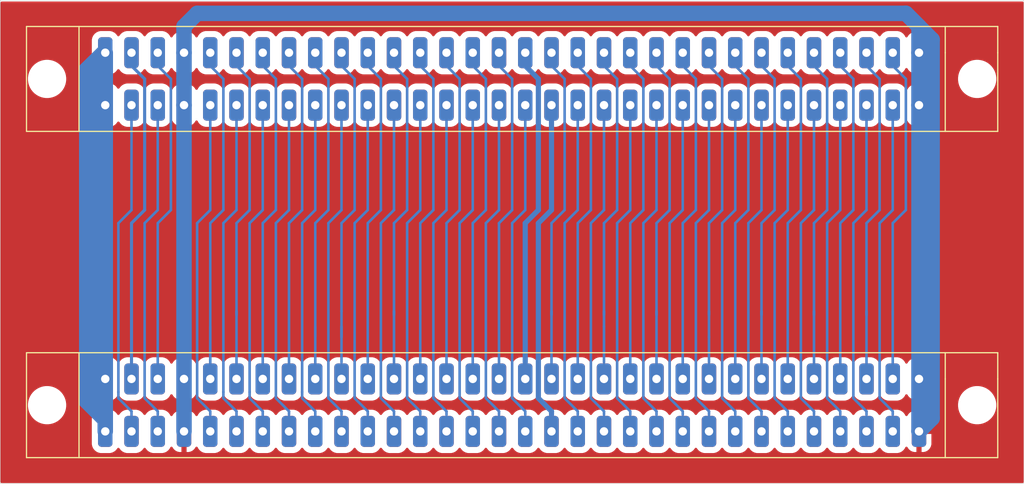
<source format=kicad_pcb>
(kicad_pcb (version 20240108) (generator "pcbnew") (generator_version "8.0")
  (layers (0 "F.Cu" signal) (31 "B.Cu" signal) (34 "B.Paste" user) (35 "F.Paste" user) (36 "B.SilkS" user "B.Silkscreen") (37 "F.SilkS" user "F.Silkscreen") (38 "B.Mask" user) (39 "F.Mask" user) (44 "Edge.Cuts" user))
  (net 0 "")
  (net 1 "Net-(J1-2A)")
  (net 2 "Net-(J1-3A)")
  (net 3 "Net-(J1-5A)")
  (net 4 "Net-(J1-6A)")
  (net 5 "/D1")
  (net 6 "/D3")
  (net 7 "/D5")
  (net 8 "/D7")
  (net 9 "Net-(J1-11A)")
  (net 10 "/IRQ")
  (net 11 "Net-(J1-13A)")
  (net 12 "/K7")
  (net 13 "/K5")
  (net 14 "Net-(J1-16A)")
  (net 15 "/K4")
  (net 16 "/-5V")
  (net 17 "/A15")
  (net 18 "/A13")
  (net 19 "/A11")
  (net 20 "/A9")
  (net 21 "/A7")
  (net 22 "/A5")
  (net 23 "/A3")
  (net 24 "/A1")
  (net 25 "/PHI2")
  (net 26 "Net-(J1-28A)")
  (net 27 "/K1")
  (net 28 "/PHI1")
  (net 29 "/RAM.RW")
  (net 30 "Net-(J1-2C)")
  (net 31 "Net-(J1-3C)")
  (net 32 "/RDY")
  (net 33 "Net-(J1-6C)")
  (net 34 "/D0")
  (net 35 "/D2")
  (net 36 "/D4")
  (net 37 "Net-(J1-11C)")
  (net 38 "/NMI")
  (net 39 "Net-(J1-13C)")
  (net 40 "/S0")
  (net 41 "/K6")
  (net 42 "Net-(J1-16C)")
  (net 43 "/+12V")
  (net 44 "/K3")
  (net 45 "/A14")
  (net 46 "/A12")
  (net 47 "/A10")
  (net 48 "/A8")
  (net 49 "/A6")
  (net 50 "/A4")
  (net 51 "/A2")
  (net 52 "/A0")
  (net 53 "Net-(J1-27C)")
  (net 54 "/K2")
  (net 55 "GND")
  (net 56 "/RW")
  (net 57 "/EX")
  (net 58 "Net-(J1-31C)")
  (net 59 "+5V")
  (net 60 "/D6")
  (footprint "elektor:DI41612-AC-F" (layer "F.Cu") (at 91.44 70.04)
    (property "Reference" "J1" (hide yes))
    (property "Value" "C64AC")
    (fp_line (start -7.62 2.54) (end -7.62 -7.62) (stroke (width 0.12)) (layer "F.SilkS"))
    (fp_line (start -2.54 -7.62) (end -2.54 2.54) (stroke (width 0.12)) (layer "F.SilkS"))
    (fp_line (start 81.28 -5.08) (end 81.28 -7.62) (stroke (width 0.12)) (layer "F.SilkS"))
    (fp_line (start 81.28 -5.08) (end 81.28 2.54) (stroke (width 0.12)) (layer "F.SilkS"))
    (fp_line (start 86.36 -7.62) (end -7.62 -7.62) (stroke (width 0.12)) (layer "F.SilkS"))
    (fp_line (start 86.36 -5.08) (end 86.36 -7.62) (stroke (width 0.12)) (layer "F.SilkS"))
    (fp_line (start 86.36 -5.08) (end 86.36 2.54) (stroke (width 0.12)) (layer "F.SilkS"))
    (fp_line (start 86.36 2.54) (end -7.62 2.54) (stroke (width 0.12)) (layer "F.SilkS"))
    (pad "" np_thru_hole circle (at -5.63 -2.54) (size 3.2 3.2) (drill 3.2) (layers "F&B.Cu" "*.Mask"))
    (pad "" np_thru_hole circle (at 84.37 -2.54) (size 3.2 3.2) (drill 3.2) (layers "F&B.Cu" "*.Mask"))
    (pad "A1" thru_hole roundrect (at 0 0) (size 1.4 3) (drill 0.81) (layers "*.Cu" "*.Mask") (net 59 "+5V"))
    (pad "A2" thru_hole roundrect (at 2.54 0) (size 1.4 3) (drill 0.81) (layers "*.Cu" "*.Mask") (net 1 "Net-(J1-2A)"))
    (pad "A3" thru_hole roundrect (at 5.08 0) (size 1.4 3) (drill 0.81) (layers "*.Cu" "*.Mask") (net 2 "Net-(J1-3A)"))
    (pad "A4" thru_hole roundrect (at 7.62 0) (size 1.4 3) (drill 0.81) (layers "*.Cu" "*.Mask") (net 55 "GND"))
    (pad "A5" thru_hole roundrect (at 10.16 0) (size 1.4 3) (drill 0.81) (layers "*.Cu" "*.Mask") (net 3 "Net-(J1-5A)"))
    (pad "A6" thru_hole roundrect (at 12.7 0) (size 1.4 3) (drill 0.81) (layers "*.Cu" "*.Mask") (net 4 "Net-(J1-6A)"))
    (pad "A7" thru_hole roundrect (at 15.24 0) (size 1.4 3) (drill 0.81) (layers "*.Cu" "*.Mask") (net 5 "/D1"))
    (pad "A8" thru_hole roundrect (at 17.78 0) (size 1.4 3) (drill 0.81) (layers "*.Cu" "*.Mask") (net 6 "/D3"))
    (pad "A9" thru_hole roundrect (at 20.32 0) (size 1.4 3) (drill 0.81) (layers "*.Cu" "*.Mask") (net 7 "/D5"))
    (pad "A10" thru_hole roundrect (at 22.86 0) (size 1.4 3) (drill 0.81) (layers "*.Cu" "*.Mask") (net 8 "/D7"))
    (pad "A11" thru_hole roundrect (at 25.4 0) (size 1.4 3) (drill 0.81) (layers "*.Cu" "*.Mask") (net 9 "Net-(J1-11A)"))
    (pad "A12" thru_hole roundrect (at 27.94 0) (size 1.4 3) (drill 0.81) (layers "*.Cu" "*.Mask") (net 10 "/IRQ"))
    (pad "A13" thru_hole roundrect (at 30.48 0) (size 1.4 3) (drill 0.81) (layers "*.Cu" "*.Mask") (net 11 "Net-(J1-13A)"))
    (pad "A14" thru_hole roundrect (at 33.02 0) (size 1.4 3) (drill 0.81) (layers "*.Cu" "*.Mask") (net 12 "/K7"))
    (pad "A15" thru_hole roundrect (at 35.56 0) (size 1.4 3) (drill 0.81) (layers "*.Cu" "*.Mask") (net 13 "/K5"))
    (pad "A16" thru_hole roundrect (at 38.1 0) (size 1.4 3) (drill 0.81) (layers "*.Cu" "*.Mask") (net 14 "Net-(J1-16A)"))
    (pad "A17" thru_hole roundrect (at 40.64 0) (size 1.4 3) (drill 0.81) (layers "*.Cu" "*.Mask") (net 15 "/K4"))
    (pad "A18" thru_hole roundrect (at 43.18 0) (size 1.4 3) (drill 0.81) (layers "*.Cu" "*.Mask") (net 16 "/-5V"))
    (pad "A19" thru_hole roundrect (at 45.72 0) (size 1.4 3) (drill 0.81) (layers "*.Cu" "*.Mask") (net 17 "/A15"))
    (pad "A20" thru_hole roundrect (at 48.26 0) (size 1.4 3) (drill 0.81) (layers "*.Cu" "*.Mask") (net 18 "/A13"))
    (pad "A21" thru_hole roundrect (at 50.8 0) (size 1.4 3) (drill 0.81) (layers "*.Cu" "*.Mask") (net 19 "/A11"))
    (pad "A22" thru_hole roundrect (at 53.34 0) (size 1.4 3) (drill 0.81) (layers "*.Cu" "*.Mask") (net 20 "/A9"))
    (pad "A23" thru_hole roundrect (at 55.88 0) (size 1.4 3) (drill 0.81) (layers "*.Cu" "*.Mask") (net 21 "/A7"))
    (pad "A24" thru_hole roundrect (at 58.42 0) (size 1.4 3) (drill 0.81) (layers "*.Cu" "*.Mask") (net 22 "/A5"))
    (pad "A25" thru_hole roundrect (at 60.96 0) (size 1.4 3) (drill 0.81) (layers "*.Cu" "*.Mask") (net 23 "/A3"))
    (pad "A26" thru_hole roundrect (at 63.5 0) (size 1.4 3) (drill 0.81) (layers "*.Cu" "*.Mask") (net 24 "/A1"))
    (pad "A27" thru_hole roundrect (at 66.04 0) (size 1.4 3) (drill 0.81) (layers "*.Cu" "*.Mask") (net 25 "/PHI2"))
    (pad "A28" thru_hole roundrect (at 68.58 0) (size 1.4 3) (drill 0.81) (layers "*.Cu" "*.Mask") (net 26 "Net-(J1-28A)"))
    (pad "A29" thru_hole roundrect (at 71.12 0) (size 1.4 3) (drill 0.81) (layers "*.Cu" "*.Mask") (net 27 "/K1"))
    (pad "A30" thru_hole roundrect (at 73.66 0) (size 1.4 3) (drill 0.81) (layers "*.Cu" "*.Mask") (net 28 "/PHI1"))
    (pad "A31" thru_hole roundrect (at 76.2 0) (size 1.4 3) (drill 0.81) (layers "*.Cu" "*.Mask") (net 29 "/RAM.RW"))
    (pad "A32" thru_hole roundrect (at 78.74 0) (size 1.4 3) (drill 0.81) (layers "*.Cu" "*.Mask") (net 55 "GND"))
    (pad "C1" thru_hole roundrect (at 0 -5.08) (size 1.4 3) (drill 0.81) (layers "*.Cu" "*.Mask") (net 59 "+5V"))
    (pad "C2" thru_hole roundrect (at 2.54 -5.08) (size 1.4 3) (drill 0.81) (layers "*.Cu" "*.Mask") (net 30 "Net-(J1-2C)"))
    (pad "C3" thru_hole roundrect (at 5.08 -5.08) (size 1.4 3) (drill 0.81) (layers "*.Cu" "*.Mask") (net 31 "Net-(J1-3C)"))
    (pad "C4" thru_hole roundrect (at 7.62 -5.08) (size 1.4 3) (drill 0.81) (layers "*.Cu" "*.Mask") (net 55 "GND"))
    (pad "C5" thru_hole roundrect (at 10.16 -5.08) (size 1.4 3) (drill 0.81) (layers "*.Cu" "*.Mask") (net 32 "/RDY"))
    (pad "C6" thru_hole roundrect (at 12.7 -5.08) (size 1.4 3) (drill 0.81) (layers "*.Cu" "*.Mask") (net 33 "Net-(J1-6C)"))
    (pad "C7" thru_hole roundrect (at 15.24 -5.08) (size 1.4 3) (drill 0.81) (layers "*.Cu" "*.Mask") (net 34 "/D0"))
    (pad "C8" thru_hole roundrect (at 17.78 -5.08) (size 1.4 3) (drill 0.81) (layers "*.Cu" "*.Mask") (net 35 "/D2"))
    (pad "C9" thru_hole roundrect (at 20.32 -5.08) (size 1.4 3) (drill 0.81) (layers "*.Cu" "*.Mask") (net 36 "/D4"))
    (pad "C10" thru_hole roundrect (at 22.86 -5.08) (size 1.4 3) (drill 0.81) (layers "*.Cu" "*.Mask") (net 60 "/D6"))
    (pad "C11" thru_hole roundrect (at 25.4 -5.08) (size 1.4 3) (drill 0.81) (layers "*.Cu" "*.Mask") (net 37 "Net-(J1-11C)"))
    (pad "C12" thru_hole roundrect (at 27.94 -5.08) (size 1.4 3) (drill 0.81) (layers "*.Cu" "*.Mask") (net 38 "/NMI"))
    (pad "C13" thru_hole roundrect (at 30.48 -5.08) (size 1.4 3) (drill 0.81) (layers "*.Cu" "*.Mask") (net 39 "Net-(J1-13C)"))
    (pad "C14" thru_hole roundrect (at 33.02 -5.08) (size 1.4 3) (drill 0.81) (layers "*.Cu" "*.Mask") (net 40 "/S0"))
    (pad "C15" thru_hole roundrect (at 35.56 -5.08) (size 1.4 3) (drill 0.81) (layers "*.Cu" "*.Mask") (net 41 "/K6"))
    (pad "C16" thru_hole roundrect (at 38.1 -5.08) (size 1.4 3) (drill 0.81) (layers "*.Cu" "*.Mask") (net 42 "Net-(J1-16C)"))
    (pad "C17" thru_hole roundrect (at 40.64 -5.08) (size 1.4 3) (drill 0.81) (layers "*.Cu" "*.Mask") (net 43 "/+12V"))
    (pad "C18" thru_hole roundrect (at 43.18 -5.08) (size 1.4 3) (drill 0.81) (layers "*.Cu" "*.Mask") (net 44 "/K3"))
    (pad "C19" thru_hole roundrect (at 45.72 -5.08) (size 1.4 3) (drill 0.81) (layers "*.Cu" "*.Mask") (net 45 "/A14"))
    (pad "C20" thru_hole roundrect (at 48.26 -5.08) (size 1.4 3) (drill 0.81) (layers "*.Cu" "*.Mask") (net 46 "/A12"))
    (pad "C21" thru_hole roundrect (at 50.8 -5.08) (size 1.4 3) (drill 0.81) (layers "*.Cu" "*.Mask") (net 47 "/A10"))
    (pad "C22" thru_hole roundrect (at 53.34 -5.08) (size 1.4 3) (drill 0.81) (layers "*.Cu" "*.Mask") (net 48 "/A8"))
    (pad "C23" thru_hole roundrect (at 55.88 -5.08) (size 1.4 3) (drill 0.81) (layers "*.Cu" "*.Mask") (net 49 "/A6"))
    (pad "C24" thru_hole roundrect (at 58.42 -5.08) (size 1.4 3) (drill 0.81) (layers "*.Cu" "*.Mask") (net 50 "/A4"))
    (pad "C25" thru_hole roundrect (at 60.96 -5.08) (size 1.4 3) (drill 0.81) (layers "*.Cu" "*.Mask") (net 51 "/A2"))
    (pad "C26" thru_hole roundrect (at 63.5 -5.08) (size 1.4 3) (drill 0.81) (layers "*.Cu" "*.Mask") (net 52 "/A0"))
    (pad "C27" thru_hole roundrect (at 66.04 -5.08) (size 1.4 3) (drill 0.81) (layers "*.Cu" "*.Mask") (net 53 "Net-(J1-27C)"))
    (pad "C28" thru_hole roundrect (at 68.58 -5.08) (size 1.4 3) (drill 0.81) (layers "*.Cu" "*.Mask") (net 54 "/K2"))
    (pad "C29" thru_hole roundrect (at 71.12 -5.08) (size 1.4 3) (drill 0.81) (layers "*.Cu" "*.Mask") (net 56 "/RW"))
    (pad "C30" thru_hole roundrect (at 73.66 -5.08) (size 1.4 3) (drill 0.81) (layers "*.Cu" "*.Mask") (net 57 "/EX"))
    (pad "C31" thru_hole roundrect (at 76.2 -5.08) (size 1.4 3) (drill 0.81) (layers "*.Cu" "*.Mask") (net 58 "Net-(J1-31C)"))
    (pad "C32" thru_hole roundrect (at 78.74 -5.08) (size 1.4 3) (drill 0.81) (layers "*.Cu" "*.Mask") (net 55 "GND"))
  )
  (footprint "elektor:DI41612-AC-F" (layer "F.Cu") (at 91.44 101.64)
    (property "Reference" "J2" (hide yes))
    (property "Value" "C64AC")
    (fp_line (start -7.62 2.54) (end -7.62 -7.62) (stroke (width 0.12)) (layer "F.SilkS"))
    (fp_line (start -2.54 -7.62) (end -2.54 2.54) (stroke (width 0.12)) (layer "F.SilkS"))
    (fp_line (start 81.28 -5.08) (end 81.28 -7.62) (stroke (width 0.12)) (layer "F.SilkS"))
    (fp_line (start 81.28 -5.08) (end 81.28 2.54) (stroke (width 0.12)) (layer "F.SilkS"))
    (fp_line (start 86.36 -7.62) (end -7.62 -7.62) (stroke (width 0.12)) (layer "F.SilkS"))
    (fp_line (start 86.36 -5.08) (end 86.36 -7.62) (stroke (width 0.12)) (layer "F.SilkS"))
    (fp_line (start 86.36 -5.08) (end 86.36 2.54) (stroke (width 0.12)) (layer "F.SilkS"))
    (fp_line (start 86.36 2.54) (end -7.62 2.54) (stroke (width 0.12)) (layer "F.SilkS"))
    (pad "" np_thru_hole circle (at -5.63 -2.54) (size 3.2 3.2) (drill 3.2) (layers "F&B.Cu" "*.Mask"))
    (pad "" np_thru_hole circle (at 84.37 -2.54) (size 3.2 3.2) (drill 3.2) (layers "F&B.Cu" "*.Mask"))
    (pad "A1" thru_hole roundrect (at 0 0) (size 1.4 3) (drill 0.81) (layers "*.Cu" "*.Mask") (net 59 "+5V"))
    (pad "A2" thru_hole roundrect (at 2.54 0) (size 1.4 3) (drill 0.81) (layers "*.Cu" "*.Mask") (net 1 "Net-(J1-2A)"))
    (pad "A3" thru_hole roundrect (at 5.08 0) (size 1.4 3) (drill 0.81) (layers "*.Cu" "*.Mask") (net 2 "Net-(J1-3A)"))
    (pad "A4" thru_hole roundrect (at 7.62 0) (size 1.4 3) (drill 0.81) (layers "*.Cu" "*.Mask") (net 55 "GND"))
    (pad "A5" thru_hole roundrect (at 10.16 0) (size 1.4 3) (drill 0.81) (layers "*.Cu" "*.Mask") (net 3 "Net-(J1-5A)"))
    (pad "A6" thru_hole roundrect (at 12.7 0) (size 1.4 3) (drill 0.81) (layers "*.Cu" "*.Mask") (net 4 "Net-(J1-6A)"))
    (pad "A7" thru_hole roundrect (at 15.24 0) (size 1.4 3) (drill 0.81) (layers "*.Cu" "*.Mask") (net 5 "/D1"))
    (pad "A8" thru_hole roundrect (at 17.78 0) (size 1.4 3) (drill 0.81) (layers "*.Cu" "*.Mask") (net 6 "/D3"))
    (pad "A9" thru_hole roundrect (at 20.32 0) (size 1.4 3) (drill 0.81) (layers "*.Cu" "*.Mask") (net 7 "/D5"))
    (pad "A10" thru_hole roundrect (at 22.86 0) (size 1.4 3) (drill 0.81) (layers "*.Cu" "*.Mask") (net 8 "/D7"))
    (pad "A11" thru_hole roundrect (at 25.4 0) (size 1.4 3) (drill 0.81) (layers "*.Cu" "*.Mask") (net 9 "Net-(J1-11A)"))
    (pad "A12" thru_hole roundrect (at 27.94 0) (size 1.4 3) (drill 0.81) (layers "*.Cu" "*.Mask") (net 10 "/IRQ"))
    (pad "A13" thru_hole roundrect (at 30.48 0) (size 1.4 3) (drill 0.81) (layers "*.Cu" "*.Mask") (net 11 "Net-(J1-13A)"))
    (pad "A14" thru_hole roundrect (at 33.02 0) (size 1.4 3) (drill 0.81) (layers "*.Cu" "*.Mask") (net 12 "/K7"))
    (pad "A15" thru_hole roundrect (at 35.56 0) (size 1.4 3) (drill 0.81) (layers "*.Cu" "*.Mask") (net 13 "/K5"))
    (pad "A16" thru_hole roundrect (at 38.1 0) (size 1.4 3) (drill 0.81) (layers "*.Cu" "*.Mask") (net 14 "Net-(J1-16A)"))
    (pad "A17" thru_hole roundrect (at 40.64 0) (size 1.4 3) (drill 0.81) (layers "*.Cu" "*.Mask") (net 15 "/K4"))
    (pad "A18" thru_hole roundrect (at 43.18 0) (size 1.4 3) (drill 0.81) (layers "*.Cu" "*.Mask") (net 16 "/-5V"))
    (pad "A19" thru_hole roundrect (at 45.72 0) (size 1.4 3) (drill 0.81) (layers "*.Cu" "*.Mask") (net 17 "/A15"))
    (pad "A20" thru_hole roundrect (at 48.26 0) (size 1.4 3) (drill 0.81) (layers "*.Cu" "*.Mask") (net 18 "/A13"))
    (pad "A21" thru_hole roundrect (at 50.8 0) (size 1.4 3) (drill 0.81) (layers "*.Cu" "*.Mask") (net 19 "/A11"))
    (pad "A22" thru_hole roundrect (at 53.34 0) (size 1.4 3) (drill 0.81) (layers "*.Cu" "*.Mask") (net 20 "/A9"))
    (pad "A23" thru_hole roundrect (at 55.88 0) (size 1.4 3) (drill 0.81) (layers "*.Cu" "*.Mask") (net 21 "/A7"))
    (pad "A24" thru_hole roundrect (at 58.42 0) (size 1.4 3) (drill 0.81) (layers "*.Cu" "*.Mask") (net 22 "/A5"))
    (pad "A25" thru_hole roundrect (at 60.96 0) (size 1.4 3) (drill 0.81) (layers "*.Cu" "*.Mask") (net 23 "/A3"))
    (pad "A26" thru_hole roundrect (at 63.5 0) (size 1.4 3) (drill 0.81) (layers "*.Cu" "*.Mask") (net 24 "/A1"))
    (pad "A27" thru_hole roundrect (at 66.04 0) (size 1.4 3) (drill 0.81) (layers "*.Cu" "*.Mask") (net 25 "/PHI2"))
    (pad "A28" thru_hole roundrect (at 68.58 0) (size 1.4 3) (drill 0.81) (layers "*.Cu" "*.Mask") (net 26 "Net-(J1-28A)"))
    (pad "A29" thru_hole roundrect (at 71.12 0) (size 1.4 3) (drill 0.81) (layers "*.Cu" "*.Mask") (net 27 "/K1"))
    (pad "A30" thru_hole roundrect (at 73.66 0) (size 1.4 3) (drill 0.81) (layers "*.Cu" "*.Mask") (net 28 "/PHI1"))
    (pad "A31" thru_hole roundrect (at 76.2 0) (size 1.4 3) (drill 0.81) (layers "*.Cu" "*.Mask") (net 29 "/RAM.RW"))
    (pad "A32" thru_hole roundrect (at 78.74 0) (size 1.4 3) (drill 0.81) (layers "*.Cu" "*.Mask") (net 55 "GND"))
    (pad "C1" thru_hole roundrect (at 0 -5.08) (size 1.4 3) (drill 0.81) (layers "*.Cu" "*.Mask") (net 59 "+5V"))
    (pad "C2" thru_hole roundrect (at 2.54 -5.08) (size 1.4 3) (drill 0.81) (layers "*.Cu" "*.Mask") (net 30 "Net-(J1-2C)"))
    (pad "C3" thru_hole roundrect (at 5.08 -5.08) (size 1.4 3) (drill 0.81) (layers "*.Cu" "*.Mask") (net 31 "Net-(J1-3C)"))
    (pad "C4" thru_hole roundrect (at 7.62 -5.08) (size 1.4 3) (drill 0.81) (layers "*.Cu" "*.Mask") (net 55 "GND"))
    (pad "C5" thru_hole roundrect (at 10.16 -5.08) (size 1.4 3) (drill 0.81) (layers "*.Cu" "*.Mask") (net 32 "/RDY"))
    (pad "C6" thru_hole roundrect (at 12.7 -5.08) (size 1.4 3) (drill 0.81) (layers "*.Cu" "*.Mask") (net 33 "Net-(J1-6C)"))
    (pad "C7" thru_hole roundrect (at 15.24 -5.08) (size 1.4 3) (drill 0.81) (layers "*.Cu" "*.Mask") (net 34 "/D0"))
    (pad "C8" thru_hole roundrect (at 17.78 -5.08) (size 1.4 3) (drill 0.81) (layers "*.Cu" "*.Mask") (net 35 "/D2"))
    (pad "C9" thru_hole roundrect (at 20.32 -5.08) (size 1.4 3) (drill 0.81) (layers "*.Cu" "*.Mask") (net 36 "/D4"))
    (pad "C10" thru_hole roundrect (at 22.86 -5.08) (size 1.4 3) (drill 0.81) (layers "*.Cu" "*.Mask") (net 60 "/D6"))
    (pad "C11" thru_hole roundrect (at 25.4 -5.08) (size 1.4 3) (drill 0.81) (layers "*.Cu" "*.Mask") (net 37 "Net-(J1-11C)"))
    (pad "C12" thru_hole roundrect (at 27.94 -5.08) (size 1.4 3) (drill 0.81) (layers "*.Cu" "*.Mask") (net 38 "/NMI"))
    (pad "C13" thru_hole roundrect (at 30.48 -5.08) (size 1.4 3) (drill 0.81) (layers "*.Cu" "*.Mask") (net 39 "Net-(J1-13C)"))
    (pad "C14" thru_hole roundrect (at 33.02 -5.08) (size 1.4 3) (drill 0.81) (layers "*.Cu" "*.Mask") (net 40 "/S0"))
    (pad "C15" thru_hole roundrect (at 35.56 -5.08) (size 1.4 3) (drill 0.81) (layers "*.Cu" "*.Mask") (net 41 "/K6"))
    (pad "C16" thru_hole roundrect (at 38.1 -5.08) (size 1.4 3) (drill 0.81) (layers "*.Cu" "*.Mask") (net 42 "Net-(J1-16C)"))
    (pad "C17" thru_hole roundrect (at 40.64 -5.08) (size 1.4 3) (drill 0.81) (layers "*.Cu" "*.Mask") (net 43 "/+12V"))
    (pad "C18" thru_hole roundrect (at 43.18 -5.08) (size 1.4 3) (drill 0.81) (layers "*.Cu" "*.Mask") (net 44 "/K3"))
    (pad "C19" thru_hole roundrect (at 45.72 -5.08) (size 1.4 3) (drill 0.81) (layers "*.Cu" "*.Mask") (net 45 "/A14"))
    (pad "C20" thru_hole roundrect (at 48.26 -5.08) (size 1.4 3) (drill 0.81) (layers "*.Cu" "*.Mask") (net 46 "/A12"))
    (pad "C21" thru_hole roundrect (at 50.8 -5.08) (size 1.4 3) (drill 0.81) (layers "*.Cu" "*.Mask") (net 47 "/A10"))
    (pad "C22" thru_hole roundrect (at 53.34 -5.08) (size 1.4 3) (drill 0.81) (layers "*.Cu" "*.Mask") (net 48 "/A8"))
    (pad "C23" thru_hole roundrect (at 55.88 -5.08) (size 1.4 3) (drill 0.81) (layers "*.Cu" "*.Mask") (net 49 "/A6"))
    (pad "C24" thru_hole roundrect (at 58.42 -5.08) (size 1.4 3) (drill 0.81) (layers "*.Cu" "*.Mask") (net 50 "/A4"))
    (pad "C25" thru_hole roundrect (at 60.96 -5.08) (size 1.4 3) (drill 0.81) (layers "*.Cu" "*.Mask") (net 51 "/A2"))
    (pad "C26" thru_hole roundrect (at 63.5 -5.08) (size 1.4 3) (drill 0.81) (layers "*.Cu" "*.Mask") (net 52 "/A0"))
    (pad "C27" thru_hole roundrect (at 66.04 -5.08) (size 1.4 3) (drill 0.81) (layers "*.Cu" "*.Mask") (net 53 "Net-(J1-27C)"))
    (pad "C28" thru_hole roundrect (at 68.58 -5.08) (size 1.4 3) (drill 0.81) (layers "*.Cu" "*.Mask") (net 54 "/K2"))
    (pad "C29" thru_hole roundrect (at 71.12 -5.08) (size 1.4 3) (drill 0.81) (layers "*.Cu" "*.Mask") (net 56 "/RW"))
    (pad "C30" thru_hole roundrect (at 73.66 -5.08) (size 1.4 3) (drill 0.81) (layers "*.Cu" "*.Mask") (net 57 "/EX"))
    (pad "C31" thru_hole roundrect (at 76.2 -5.08) (size 1.4 3) (drill 0.81) (layers "*.Cu" "*.Mask") (net 58 "Net-(J1-31C)"))
    (pad "C32" thru_hole roundrect (at 78.74 -5.08) (size 1.4 3) (drill 0.81) (layers "*.Cu" "*.Mask") (net 55 "GND"))
  )
  (gr_line (start 81.28 106.68) (end 81.28 59.88) (stroke (width 0.05)) (layer "Edge.Cuts"))
  (gr_line (start 180.34 106.68) (end 81.28 106.68) (stroke (width 0.05)) (layer "Edge.Cuts"))
  (gr_line (start 81.28 59.88) (end 180.34 59.88) (stroke (width 0.05)) (layer "Edge.Cuts"))
  (gr_line (start 180.34 59.88) (end 180.34 106.68) (stroke (width 0.05)) (layer "Edge.Cuts"))
  (segment (start 92.71 81.47) (end 93.98 80.2) (width 0.25) (layer "B.Cu") (net 1))
  (segment (start 93.98 80.2) (end 93.98 70.04) (width 0.25) (layer "B.Cu") (net 1))
  (segment (start 93.98 99.695) (end 93.98 101.64) (width 0.25) (layer "B.Cu") (net 1))
  (segment (start 92.71 98.425) (end 93.98 99.695) (width 0.25) (layer "B.Cu") (net 1))
  (segment (start 92.71 97.83) (end 92.71 81.47) (width 0.25) (layer "B.Cu") (net 1))
  (segment (start 92.71 97.83) (end 92.71 98.425) (width 0.25) (layer "B.Cu") (net 1))
  (segment (start 96.52 80.2) (end 95.25 81.47) (width 0.25) (layer "B.Cu") (net 2))
  (segment (start 95.25 81.47) (end 95.25 98.425) (width 0.25) (layer "B.Cu") (net 2))
  (segment (start 96.52 70.04) (end 96.52 80.2) (width 0.25) (layer "B.Cu") (net 2))
  (segment (start 96.52 99.695) (end 96.52 100.04) (width 0.25) (layer "B.Cu") (net 2))
  (segment (start 95.25 98.425) (end 96.52 99.695) (width 0.25) (layer "B.Cu") (net 2))
  (segment (start 100.33 81.47) (end 100.33 98.425) (width 0.25) (layer "B.Cu") (net 3))
  (segment (start 101.6 99.695) (end 101.6 100.04) (width 0.25) (layer "B.Cu") (net 3))
  (segment (start 101.6 80.2) (end 100.33 81.47) (width 0.25) (layer "B.Cu") (net 3))
  (segment (start 101.6 70.04) (end 101.6 80.2) (width 0.25) (layer "B.Cu") (net 3))
  (segment (start 100.33 98.425) (end 101.6 99.695) (width 0.25) (layer "B.Cu") (net 3))
  (segment (start 104.14 80.2) (end 104.14 70.04) (width 0.25) (layer "B.Cu") (net 4))
  (segment (start 104.14 99.695) (end 104.14 101.64) (width 0.25) (layer "B.Cu") (net 4))
  (segment (start 102.87 81.47) (end 104.14 80.2) (width 0.25) (layer "B.Cu") (net 4))
  (segment (start 102.87 97.83) (end 102.87 81.47) (width 0.25) (layer "B.Cu") (net 4))
  (segment (start 102.87 97.83) (end 102.87 98.425) (width 0.25) (layer "B.Cu") (net 4))
  (segment (start 102.87 98.425) (end 104.14 99.695) (width 0.25) (layer "B.Cu") (net 4))
  (segment (start 106.68 70.04) (end 106.68 80.2) (width 0.25) (layer "B.Cu") (net 5))
  (segment (start 105.41 97.83) (end 105.41 98.425) (width 0.25) (layer "B.Cu") (net 5))
  (segment (start 106.68 99.695) (end 106.68 101.64) (width 0.25) (layer "B.Cu") (net 5))
  (segment (start 106.68 80.2) (end 105.41 81.47) (width 0.25) (layer "B.Cu") (net 5))
  (segment (start 105.41 81.47) (end 105.41 97.83) (width 0.25) (layer "B.Cu") (net 5))
  (segment (start 105.41 98.425) (end 106.68 99.695) (width 0.25) (layer "B.Cu") (net 5))
  (segment (start 107.95 81.47) (end 107.95 98.425) (width 0.25) (layer "B.Cu") (net 6))
  (segment (start 107.95 98.425) (end 109.22 99.695) (width 0.25) (layer "B.Cu") (net 6))
  (segment (start 109.22 70.04) (end 109.22 80.2) (width 0.25) (layer "B.Cu") (net 6))
  (segment (start 109.22 80.2) (end 107.95 81.47) (width 0.25) (layer "B.Cu") (net 6))
  (segment (start 109.22 99.695) (end 109.22 100.04) (width 0.25) (layer "B.Cu") (net 6))
  (segment (start 110.49 97.83) (end 110.49 98.425) (width 0.25) (layer "B.Cu") (net 7))
  (segment (start 111.76 70.04) (end 111.76 80.2) (width 0.25) (layer "B.Cu") (net 7))
  (segment (start 110.49 81.47) (end 110.49 97.83) (width 0.25) (layer "B.Cu") (net 7))
  (segment (start 110.49 98.425) (end 111.76 99.695) (width 0.25) (layer "B.Cu") (net 7))
  (segment (start 111.76 99.695) (end 111.76 101.64) (width 0.25) (layer "B.Cu") (net 7))
  (segment (start 111.76 80.2) (end 110.49 81.47) (width 0.25) (layer "B.Cu") (net 7))
  (segment (start 114.3 99.695) (end 114.3 100.04) (width 0.25) (layer "B.Cu") (net 8))
  (segment (start 114.3 80.2) (end 113.03 81.47) (width 0.25) (layer "B.Cu") (net 8))
  (segment (start 114.3 70.04) (end 114.3 80.2) (width 0.25) (layer "B.Cu") (net 8))
  (segment (start 113.03 81.47) (end 113.03 98.425) (width 0.25) (layer "B.Cu") (net 8))
  (segment (start 113.03 98.425) (end 114.3 99.695) (width 0.25) (layer "B.Cu") (net 8))
  (segment (start 115.57 98.425) (end 116.84 99.695) (width 0.25) (layer "B.Cu") (net 9))
  (segment (start 116.84 70.04) (end 116.84 80.2) (width 0.25) (layer "B.Cu") (net 9))
  (segment (start 116.84 99.695) (end 116.84 100.04) (width 0.25) (layer "B.Cu") (net 9))
  (segment (start 115.57 81.47) (end 115.57 98.425) (width 0.25) (layer "B.Cu") (net 9))
  (segment (start 116.84 80.2) (end 115.57 81.47) (width 0.25) (layer "B.Cu") (net 9))
  (segment (start 118.11 98.425) (end 119.38 99.695) (width 0.25) (layer "B.Cu") (net 10))
  (segment (start 119.38 70.04) (end 119.38 80.2) (width 0.25) (layer "B.Cu") (net 10))
  (segment (start 119.38 80.2) (end 118.11 81.47) (width 0.25) (layer "B.Cu") (net 10))
  (segment (start 119.38 99.695) (end 119.38 100.04) (width 0.25) (layer "B.Cu") (net 10))
  (segment (start 118.11 81.47) (end 118.11 98.425) (width 0.25) (layer "B.Cu") (net 10))
  (segment (start 121.92 80.2) (end 120.65 81.47) (width 0.25) (layer "B.Cu") (net 11))
  (segment (start 120.65 81.47) (end 120.65 98.425) (width 0.25) (layer "B.Cu") (net 11))
  (segment (start 120.65 98.425) (end 121.92 99.695) (width 0.25) (layer "B.Cu") (net 11))
  (segment (start 121.92 99.695) (end 121.92 100.04) (width 0.25) (layer "B.Cu") (net 11))
  (segment (start 121.92 70.04) (end 121.92 80.2) (width 0.25) (layer "B.Cu") (net 11))
  (segment (start 124.46 99.695) (end 124.46 100.04) (width 0.25) (layer "B.Cu") (net 12))
  (segment (start 124.46 70.04) (end 124.46 80.2) (width 0.25) (layer "B.Cu") (net 12))
  (segment (start 123.19 81.47) (end 123.19 98.425) (width 0.25) (layer "B.Cu") (net 12))
  (segment (start 123.19 98.425) (end 124.46 99.695) (width 0.25) (layer "B.Cu") (net 12))
  (segment (start 124.46 80.2) (end 123.19 81.47) (width 0.25) (layer "B.Cu") (net 12))
  (segment (start 125.73 81.47) (end 125.73 98.425) (width 0.25) (layer "B.Cu") (net 13))
  (segment (start 127 70.04) (end 127 80.2) (width 0.25) (layer "B.Cu") (net 13))
  (segment (start 127 99.695) (end 127 100.04) (width 0.25) (layer "B.Cu") (net 13))
  (segment (start 127 80.2) (end 125.73 81.47) (width 0.25) (layer "B.Cu") (net 13))
  (segment (start 125.73 98.425) (end 127 99.695) (width 0.25) (layer "B.Cu") (net 13))
  (segment (start 128.27 98.425) (end 129.54 99.695) (width 0.25) (layer "B.Cu") (net 14))
  (segment (start 129.54 70.04) (end 129.54 80.2) (width 0.25) (layer "B.Cu") (net 14))
  (segment (start 129.54 80.2) (end 128.27 81.47) (width 0.25) (layer "B.Cu") (net 14))
  (segment (start 129.54 99.695) (end 129.54 100.04) (width 0.25) (layer "B.Cu") (net 14))
  (segment (start 128.27 81.47) (end 128.27 98.425) (width 0.25) (layer "B.Cu") (net 14))
  (segment (start 130.81 98.425) (end 132.08 99.695) (width 0.25) (layer "B.Cu") (net 15))
  (segment (start 130.81 81.47) (end 130.81 98.425) (width 0.25) (layer "B.Cu") (net 15))
  (segment (start 132.08 99.695) (end 132.08 100.04) (width 0.25) (layer "B.Cu") (net 15))
  (segment (start 132.08 70.04) (end 132.08 80.2) (width 0.25) (layer "B.Cu") (net 15))
  (segment (start 132.08 80.2) (end 130.81 81.47) (width 0.25) (layer "B.Cu") (net 15))
  (segment (start 133.35 98.425) (end 133.35 81.47) (width 0.5) (layer "B.Cu") (net 16))
  (segment (start 134.62 80.2) (end 134.62 70.04) (width 0.5) (layer "B.Cu") (net 16))
  (segment (start 134.62 99.695) (end 133.35 98.425) (width 0.5) (layer "B.Cu") (net 16))
  (segment (start 134.62 100.04) (end 134.62 99.695) (width 0.5) (layer "B.Cu") (net 16))
  (segment (start 133.35 81.47) (end 134.62 80.2) (width 0.5) (layer "B.Cu") (net 16))
  (segment (start 135.89 81.47) (end 137.16 80.2) (width 0.25) (layer "B.Cu") (net 17))
  (segment (start 137.16 100.04) (end 137.16 99.695) (width 0.25) (layer "B.Cu") (net 17))
  (segment (start 137.16 99.695) (end 135.89 98.425) (width 0.25) (layer "B.Cu") (net 17))
  (segment (start 135.89 98.425) (end 135.89 81.47) (width 0.25) (layer "B.Cu") (net 17))
  (segment (start 137.16 80.2) (end 137.16 70.04) (width 0.25) (layer "B.Cu") (net 17))
  (segment (start 138.43 98.425) (end 138.43 81.47) (width 0.25) (layer "B.Cu") (net 18))
  (segment (start 139.7 99.695) (end 138.43 98.425) (width 0.25) (layer "B.Cu") (net 18))
  (segment (start 139.7 80.2) (end 139.7 70.04) (width 0.25) (layer "B.Cu") (net 18))
  (segment (start 138.43 81.47) (end 139.7 80.2) (width 0.25) (layer "B.Cu") (net 18))
  (segment (start 139.7 100.04) (end 139.7 99.695) (width 0.25) (layer "B.Cu") (net 18))
  (segment (start 140.97 81.47) (end 140.97 98.425) (width 0.25) (layer "B.Cu") (net 19))
  (segment (start 142.24 80.2) (end 140.97 81.47) (width 0.25) (layer "B.Cu") (net 19))
  (segment (start 140.97 98.425) (end 142.24 99.695) (width 0.25) (layer "B.Cu") (net 19))
  (segment (start 142.24 70.04) (end 142.24 80.2) (width 0.25) (layer "B.Cu") (net 19))
  (segment (start 142.24 99.695) (end 142.24 100.04) (width 0.25) (layer "B.Cu") (net 19))
  (segment (start 143.51 81.47) (end 143.51 98.425) (width 0.25) (layer "B.Cu") (net 20))
  (segment (start 144.78 80.2) (end 143.51 81.47) (width 0.25) (layer "B.Cu") (net 20))
  (segment (start 144.78 99.695) (end 144.78 100.04) (width 0.25) (layer "B.Cu") (net 20))
  (segment (start 143.51 98.425) (end 144.78 99.695) (width 0.25) (layer "B.Cu") (net 20))
  (segment (start 144.78 70.04) (end 144.78 80.2) (width 0.25) (layer "B.Cu") (net 20))
  (segment (start 147.32 70.04) (end 147.32 80.2) (width 0.25) (layer "B.Cu") (net 21))
  (segment (start 147.32 80.2) (end 146.05 81.47) (width 0.25) (layer "B.Cu") (net 21))
  (segment (start 146.05 98.425) (end 147.32 99.695) (width 0.25) (layer "B.Cu") (net 21))
  (segment (start 147.32 99.695) (end 147.32 100.04) (width 0.25) (layer "B.Cu") (net 21))
  (segment (start 146.05 81.47) (end 146.05 98.425) (width 0.25) (layer "B.Cu") (net 21))
  (segment (start 148.59 98.425) (end 149.86 99.695) (width 0.25) (layer "B.Cu") (net 22))
  (segment (start 149.86 99.695) (end 149.86 100.04) (width 0.25) (layer "B.Cu") (net 22))
  (segment (start 148.59 81.47) (end 148.59 98.425) (width 0.25) (layer "B.Cu") (net 22))
  (segment (start 149.86 70.04) (end 149.86 80.2) (width 0.25) (layer "B.Cu") (net 22))
  (segment (start 149.86 80.2) (end 148.59 81.47) (width 0.25) (layer "B.Cu") (net 22))
  (segment (start 152.4 70.04) (end 152.4 80.2) (width 0.25) (layer "B.Cu") (net 23))
  (segment (start 151.13 98.425) (end 152.4 99.695) (width 0.25) (layer "B.Cu") (net 23))
  (segment (start 152.4 80.2) (end 151.13 81.47) (width 0.25) (layer "B.Cu") (net 23))
  (segment (start 151.13 81.47) (end 151.13 98.425) (width 0.25) (layer "B.Cu") (net 23))
  (segment (start 152.4 99.695) (end 152.4 100.04) (width 0.25) (layer "B.Cu") (net 23))
  (segment (start 153.67 98.425) (end 154.94 99.695) (width 0.25) (layer "B.Cu") (net 24))
  (segment (start 154.94 70.04) (end 154.94 80.2) (width 0.25) (layer "B.Cu") (net 24))
  (segment (start 153.67 81.47) (end 153.67 98.425) (width 0.25) (layer "B.Cu") (net 24))
  (segment (start 154.94 99.695) (end 154.94 100.04) (width 0.25) (layer "B.Cu") (net 24))
  (segment (start 154.94 80.2) (end 153.67 81.47) (width 0.25) (layer "B.Cu") (net 24))
  (segment (start 156.21 98.425) (end 157.48 99.695) (width 0.25) (layer "B.Cu") (net 25))
  (segment (start 157.48 99.695) (end 157.48 100.04) (width 0.25) (layer "B.Cu") (net 25))
  (segment (start 156.21 81.47) (end 156.21 98.425) (width 0.25) (layer "B.Cu") (net 25))
  (segment (start 157.48 80.2) (end 156.21 81.47) (width 0.25) (layer "B.Cu") (net 25))
  (segment (start 157.48 70.04) (end 157.48 80.2) (width 0.25) (layer "B.Cu") (net 25))
  (segment (start 158.75 98.425) (end 160.02 99.695) (width 0.25) (layer "B.Cu") (net 26))
  (segment (start 158.75 81.47) (end 158.75 98.425) (width 0.25) (layer "B.Cu") (net 26))
  (segment (start 160.02 99.695) (end 160.02 100.04) (width 0.25) (layer "B.Cu") (net 26))
  (segment (start 160.02 80.2) (end 158.75 81.47) (width 0.25) (layer "B.Cu") (net 26))
  (segment (start 160.02 70.04) (end 160.02 80.2) (width 0.25) (layer "B.Cu") (net 26))
  (segment (start 161.29 98.425) (end 162.56 99.695) (width 0.25) (layer "B.Cu") (net 27))
  (segment (start 161.29 81.47) (end 161.29 98.425) (width 0.25) (layer "B.Cu") (net 27))
  (segment (start 162.56 70.04) (end 162.56 80.2) (width 0.25) (layer "B.Cu") (net 27))
  (segment (start 162.56 80.2) (end 161.29 81.47) (width 0.25) (layer "B.Cu") (net 27))
  (segment (start 162.56 99.695) (end 162.56 100.04) (width 0.25) (layer "B.Cu") (net 27))
  (segment (start 163.83 98.425) (end 165.1 99.695) (width 0.25) (layer "B.Cu") (net 28))
  (segment (start 165.1 70.04) (end 165.1 80.2) (width 0.25) (layer "B.Cu") (net 28))
  (segment (start 163.83 81.47) (end 163.83 98.425) (width 0.25) (layer "B.Cu") (net 28))
  (segment (start 165.1 99.695) (end 165.1 100.04) (width 0.25) (layer "B.Cu") (net 28))
  (segment (start 165.1 80.2) (end 163.83 81.47) (width 0.25) (layer "B.Cu") (net 28))
  (segment (start 167.64 80.2) (end 166.37 81.47) (width 0.25) (layer "B.Cu") (net 29))
  (segment (start 166.37 98.425) (end 167.64 99.695) (width 0.25) (layer "B.Cu") (net 29))
  (segment (start 166.37 81.47) (end 166.37 98.425) (width 0.25) (layer "B.Cu") (net 29))
  (segment (start 167.64 70.04) (end 167.64 80.2) (width 0.25) (layer "B.Cu") (net 29))
  (segment (start 167.64 100.04) (end 167.64 99.695) (width 0.25) (layer "B.Cu") (net 29))
  (segment (start 93.98 81.47) (end 95.25 80.2) (width 0.3) (layer "B.Cu") (net 30))
  (segment (start 95.25 67.5) (end 93.98 66.23) (width 0.3) (layer "B.Cu") (net 30))
  (segment (start 93.98 66.23) (end 93.98 64.96) (width 0.3) (layer "B.Cu") (net 30))
  (segment (start 93.98 94.615) (end 93.98 81.47) (width 0.3) (layer "B.Cu") (net 30))
  (segment (start 95.25 80.2) (end 95.25 67.5) (width 0.3) (layer "B.Cu") (net 30))
  (segment (start 93.98 94.615) (end 93.98 96.56) (width 0.3) (layer "B.Cu") (net 30))
  (segment (start 96.52 66.23) (end 97.79 67.5) (width 0.25) (layer "B.Cu") (net 31))
  (segment (start 97.79 67.5) (end 97.79 80.2) (width 0.25) (layer "B.Cu") (net 31))
  (segment (start 96.52 64.96) (end 96.52 66.23) (width 0.25) (layer "B.Cu") (net 31))
  (segment (start 97.79 80.2) (end 96.52 81.47) (width 0.25) (layer "B.Cu") (net 31))
  (segment (start 96.52 81.47) (end 96.52 96.56) (width 0.25) (layer "B.Cu") (net 31))
  (segment (start 101.6 66.23) (end 102.87 67.5) (width 0.25) (layer "B.Cu") (net 32))
  (segment (start 101.6 95) (end 101.6 91.48) (width 0.25) (layer "B.Cu") (net 32))
  (segment (start 101.6 64.96) (end 101.6 66.23) (width 0.25) (layer "B.Cu") (net 32))
  (segment (start 101.6 81.47) (end 101.6 91.48) (width 0.25) (layer "B.Cu") (net 32))
  (segment (start 102.87 67.5) (end 102.87 80.2) (width 0.25) (layer "B.Cu") (net 32))
  (segment (start 101.6 91.48) (end 101.6 96.56) (width 0.25) (layer "B.Cu") (net 32))
  (segment (start 102.87 80.2) (end 101.6 81.47) (width 0.25) (layer "B.Cu") (net 32))
  (segment (start 104.14 90.36) (end 104.14 81.47) (width 0.25) (layer "B.Cu") (net 33))
  (segment (start 105.41 80.2) (end 105.41 67.5) (width 0.25) (layer "B.Cu") (net 33))
  (segment (start 104.14 81.47) (end 105.41 80.2) (width 0.25) (layer "B.Cu") (net 33))
  (segment (start 104.14 90) (end 104.14 96.56) (width 0.25) (layer "B.Cu") (net 33))
  (segment (start 104.14 66.23) (end 104.14 64.96) (width 0.25) (layer "B.Cu") (net 33))
  (segment (start 105.41 67.5) (end 104.14 66.23) (width 0.25) (layer "B.Cu") (net 33))
  (segment (start 106.68 90.36) (end 106.68 81.47) (width 0.25) (layer "B.Cu") (net 34))
  (segment (start 107.95 67.5) (end 106.68 66.23) (width 0.25) (layer "B.Cu") (net 34))
  (segment (start 106.68 90) (end 106.68 96.56) (width 0.25) (layer "B.Cu") (net 34))
  (segment (start 107.95 80.2) (end 107.95 67.5) (width 0.25) (layer "B.Cu") (net 34))
  (segment (start 106.68 81.47) (end 107.95 80.2) (width 0.25) (layer "B.Cu") (net 34))
  (segment (start 106.68 66.23) (end 106.68 64.96) (width 0.25) (layer "B.Cu") (net 34))
  (segment (start 109.22 81.47) (end 109.22 96.56) (width 0.25) (layer "B.Cu") (net 35))
  (segment (start 109.22 66.23) (end 110.49 67.5) (width 0.25) (layer "B.Cu") (net 35))
  (segment (start 110.49 80.2) (end 109.22 81.47) (width 0.25) (layer "B.Cu") (net 35))
  (segment (start 109.22 64.96) (end 109.22 66.23) (width 0.25) (layer "B.Cu") (net 35))
  (segment (start 110.49 67.5) (end 110.49 80.2) (width 0.25) (layer "B.Cu") (net 35))
  (segment (start 113.03 67.5) (end 111.76 66.23) (width 0.25) (layer "B.Cu") (net 36))
  (segment (start 111.76 90) (end 111.76 81.47) (width 0.25) (layer "B.Cu") (net 36))
  (segment (start 111.76 81.47) (end 113.03 80.2) (width 0.25) (layer "B.Cu") (net 36))
  (segment (start 113.03 80.2) (end 113.03 67.5) (width 0.25) (layer "B.Cu") (net 36))
  (segment (start 111.76 90) (end 111.76 92.5) (width 0.25) (layer "B.Cu") (net 36))
  (segment (start 111.76 91.48) (end 111.76 96.56) (width 0.25) (layer "B.Cu") (net 36))
  (segment (start 111.76 66.23) (end 111.76 64.96) (width 0.25) (layer "B.Cu") (net 36))
  (segment (start 116.84 64.96) (end 116.84 66.23) (width 0.25) (layer "B.Cu") (net 37))
  (segment (start 118.11 67.5) (end 118.11 80.2) (width 0.25) (layer "B.Cu") (net 37))
  (segment (start 116.84 81.47) (end 116.84 94.96) (width 0.25) (layer "B.Cu") (net 37))
  (segment (start 118.11 80.2) (end 116.84 81.47) (width 0.25) (layer "B.Cu") (net 37))
  (segment (start 116.84 66.23) (end 118.11 67.5) (width 0.25) (layer "B.Cu") (net 37))
  (segment (start 119.38 66.23) (end 119.38 64.96) (width 0.25) (layer "B.Cu") (net 38))
  (segment (start 120.65 67.5) (end 119.38 66.23) (width 0.25) (layer "B.Cu") (net 38))
  (segment (start 119.38 81.47) (end 120.65 80.2) (width 0.25) (layer "B.Cu") (net 38))
  (segment (start 119.38 90.36) (end 119.38 81.47) (width 0.25) (layer "B.Cu") (net 38))
  (segment (start 119.38 90) (end 119.38 96.56) (width 0.25) (layer "B.Cu") (net 38))
  (segment (start 120.65 80.2) (end 120.65 67.5) (width 0.25) (layer "B.Cu") (net 38))
  (segment (start 121.92 90.36) (end 121.92 81.47) (width 0.25) (layer "B.Cu") (net 39))
  (segment (start 121.92 81.47) (end 123.19 80.2) (width 0.25) (layer "B.Cu") (net 39))
  (segment (start 123.19 67.5) (end 121.92 66.23) (width 0.25) (layer "B.Cu") (net 39))
  (segment (start 123.19 80.2) (end 123.19 67.5) (width 0.25) (layer "B.Cu") (net 39))
  (segment (start 121.92 66.23) (end 121.92 64.96) (width 0.25) (layer "B.Cu") (net 39))
  (segment (start 121.92 90) (end 121.92 96.56) (width 0.25) (layer "B.Cu") (net 39))
  (segment (start 124.46 66.23) (end 125.73 67.5) (width 0.25) (layer "B.Cu") (net 40))
  (segment (start 124.46 64.96) (end 124.46 66.23) (width 0.25) (layer "B.Cu") (net 40))
  (segment (start 124.46 81.47) (end 124.46 96.56) (width 0.25) (layer "B.Cu") (net 40))
  (segment (start 125.73 80.2) (end 124.46 81.47) (width 0.25) (layer "B.Cu") (net 40))
  (segment (start 125.73 67.5) (end 125.73 80.2) (width 0.25) (layer "B.Cu") (net 40))
  (segment (start 127 90.36) (end 127 81.47) (width 0.25) (layer "B.Cu") (net 41))
  (segment (start 128.27 80.2) (end 128.27 67.5) (width 0.25) (layer "B.Cu") (net 41))
  (segment (start 127 81.47) (end 128.27 80.2) (width 0.25) (layer "B.Cu") (net 41))
  (segment (start 127 90) (end 127 96.56) (width 0.25) (layer "B.Cu") (net 41))
  (segment (start 127 66.23) (end 127 64.96) (width 0.25) (layer "B.Cu") (net 41))
  (segment (start 128.27 67.5) (end 127 66.23) (width 0.25) (layer "B.Cu") (net 41))
  (segment (start 130.81 80.2) (end 129.54 81.47) (width 0.25) (layer "B.Cu") (net 42))
  (segment (start 130.81 67.5) (end 130.81 80.2) (width 0.25) (layer "B.Cu") (net 42))
  (segment (start 129.54 64.96) (end 129.54 66.23) (width 0.25) (layer "B.Cu") (net 42))
  (segment (start 129.54 81.47) (end 129.54 96.56) (width 0.25) (layer "B.Cu") (net 42))
  (segment (start 129.54 66.23) (end 130.81 67.5) (width 0.25) (layer "B.Cu") (net 42))
  (segment (start 133.35 67.5) (end 132.08 66.23) (width 0.5) (layer "B.Cu") (net 43))
  (segment (start 132.08 94.96) (end 132.08 81.47) (width 0.5) (layer "B.Cu") (net 43))
  (segment (start 133.35 80.2) (end 133.35 67.5) (width 0.5) (layer "B.Cu") (net 43))
  (segment (start 132.08 81.47) (end 133.35 80.2) (width 0.5) (layer "B.Cu") (net 43))
  (segment (start 132.08 66.23) (end 132.08 64.96) (width 0.5) (layer "B.Cu") (net 43))
  (segment (start 135.89 80.2) (end 135.89 67.5) (width 0.25) (layer "B.Cu") (net 44))
  (segment (start 134.62 66.23) (end 134.62 64.96) (width 0.25) (layer "B.Cu") (net 44))
  (segment (start 134.62 90.36) (end 134.62 81.47) (width 0.25) (layer "B.Cu") (net 44))
  (segment (start 134.62 81.47) (end 135.89 80.2) (width 0.25) (layer "B.Cu") (net 44))
  (segment (start 135.89 67.5) (end 134.62 66.23) (width 0.25) (layer "B.Cu") (net 44))
  (segment (start 134.62 90) (end 134.62 96.56) (width 0.25) (layer "B.Cu") (net 44))
  (segment (start 137.16 64.96) (end 137.16 66.23) (width 0.25) (layer "B.Cu") (net 45))
  (segment (start 138.43 67.5) (end 138.43 80.2) (width 0.25) (layer "B.Cu") (net 45))
  (segment (start 138.43 80.2) (end 137.16 81.47) (width 0.25) (layer "B.Cu") (net 45))
  (segment (start 137.16 66.23) (end 138.43 67.5) (width 0.25) (layer "B.Cu") (net 45))
  (segment (start 137.16 81.47) (end 137.16 96.56) (width 0.25) (layer "B.Cu") (net 45))
  (segment (start 140.97 80.2) (end 140.97 67.5) (width 0.25) (layer "B.Cu") (net 46))
  (segment (start 139.7 66.23) (end 139.7 64.96) (width 0.25) (layer "B.Cu") (net 46))
  (segment (start 139.7 91.48) (end 139.7 94.96) (width 0.25) (layer "B.Cu") (net 46))
  (segment (start 139.7 91.48) (end 139.7 90) (width 0.25) (layer "B.Cu") (net 46))
  (segment (start 139.7 90.36) (end 139.7 81.47) (width 0.25) (layer "B.Cu") (net 46))
  (segment (start 139.7 81.47) (end 140.97 80.2) (width 0.25) (layer "B.Cu") (net 46))
  (segment (start 140.97 67.5) (end 139.7 66.23) (width 0.25) (layer "B.Cu") (net 46))
  (segment (start 142.24 81.47) (end 143.51 80.2) (width 0.25) (layer "B.Cu") (net 47))
  (segment (start 143.51 80.2) (end 143.51 67.5) (width 0.25) (layer "B.Cu") (net 47))
  (segment (start 142.24 66.23) (end 142.24 64.96) (width 0.25) (layer "B.Cu") (net 47))
  (segment (start 142.24 90.36) (end 142.24 81.47) (width 0.25) (layer "B.Cu") (net 47))
  (segment (start 142.24 90) (end 142.24 96.56) (width 0.25) (layer "B.Cu") (net 47))
  (segment (start 143.51 67.5) (end 142.24 66.23) (width 0.25) (layer "B.Cu") (net 47))
  (segment (start 146.05 67.5) (end 144.78 66.23) (width 0.25) (layer "B.Cu") (net 48))
  (segment (start 146.05 80.2) (end 146.05 67.5) (width 0.25) (layer "B.Cu") (net 48))
  (segment (start 144.78 66.23) (end 144.78 64.96) (width 0.25) (layer "B.Cu") (net 48))
  (segment (start 144.78 90) (end 144.78 96.56) (width 0.25) (layer "B.Cu") (net 48))
  (segment (start 144.78 90.36) (end 144.78 81.47) (width 0.25) (layer "B.Cu") (net 48))
  (segment (start 144.78 81.47) (end 146.05 80.2) (width 0.25) (layer "B.Cu") (net 48))
  (segment (start 148.59 67.5) (end 147.32 66.23) (width 0.25) (layer "B.Cu") (net 49))
  (segment (start 148.59 80.2) (end 148.59 67.5) (width 0.25) (layer "B.Cu") (net 49))
  (segment (start 147.32 90) (end 147.32 96.56) (width 0.25) (layer "B.Cu") (net 49))
  (segment (start 147.32 66.23) (end 147.32 64.96) (width 0.25) (layer "B.Cu") (net 49))
  (segment (start 147.32 81.47) (end 148.59 80.2) (width 0.25) (layer "B.Cu") (net 49))
  (segment (start 147.32 90.36) (end 147.32 81.47) (width 0.25) (layer "B.Cu") (net 49))
  (segment (start 149.86 81.47) (end 151.13 80.2) (width 0.25) (layer "B.Cu") (net 50))
  (segment (start 149.86 66.23) (end 149.86 64.96) (width 0.25) (layer "B.Cu") (net 50))
  (segment (start 149.86 92.5) (end 149.86 90) (width 0.25) (layer "B.Cu") (net 50))
  (segment (start 151.13 80.2) (end 151.13 67.5) (width 0.25) (layer "B.Cu") (net 50))
  (segment (start 149.86 90.36) (end 149.86 81.47) (width 0.25) (layer "B.Cu") (net 50))
  (segment (start 151.13 67.5) (end 149.86 66.23) (width 0.25) (layer "B.Cu") (net 50))
  (segment (start 149.86 92.5) (end 149.86 94.96) (width 0.25) (layer "B.Cu") (net 50))
  (segment (start 153.67 67.5) (end 153.67 80.2) (width 0.25) (layer "B.Cu") (net 51))
  (segment (start 152.4 81.47) (end 152.4 96.56) (width 0.25) (layer "B.Cu") (net 51))
  (segment (start 152.4 64.96) (end 152.4 66.23) (width 0.25) (layer "B.Cu") (net 51))
  (segment (start 153.67 80.2) (end 152.4 81.47) (width 0.25) (layer "B.Cu") (net 51))
  (segment (start 152.4 66.23) (end 153.67 67.5) (width 0.25) (layer "B.Cu") (net 51))
  (segment (start 154.94 90) (end 154.94 96.56) (width 0.25) (layer "B.Cu") (net 52))
  (segment (start 154.94 90.36) (end 154.94 81.47) (width 0.25) (layer "B.Cu") (net 52))
  (segment (start 156.21 80.2) (end 156.21 67.5) (width 0.25) (layer "B.Cu") (net 52))
  (segment (start 154.94 66.23) (end 154.94 64.96) (width 0.25) (layer "B.Cu") (net 52))
  (segment (start 156.21 67.5) (end 154.94 66.23) (width 0.25) (layer "B.Cu") (net 52))
  (segment (start 154.94 81.47) (end 156.21 80.2) (width 0.25) (layer "B.Cu") (net 52))
  (segment (start 158.75 80.2) (end 157.48 81.47) (width 0.25) (layer "B.Cu") (net 53))
  (segment (start 157.48 66.23) (end 158.75 67.5) (width 0.25) (layer "B.Cu") (net 53))
  (segment (start 158.75 67.5) (end 158.75 80.2) (width 0.25) (layer "B.Cu") (net 53))
  (segment (start 157.48 64.96) (end 157.48 66.23) (width 0.25) (layer "B.Cu") (net 53))
  (segment (start 157.48 81.47) (end 157.48 96.56) (width 0.25) (layer "B.Cu") (net 53))
  (segment (start 160.02 90) (end 160.02 96.56) (width 0.25) (layer "B.Cu") (net 54))
  (segment (start 161.29 67.5) (end 160.02 66.23) (width 0.25) (layer "B.Cu") (net 54))
  (segment (start 160.02 81.47) (end 161.29 80.2) (width 0.25) (layer "B.Cu") (net 54))
  (segment (start 160.02 66.23) (end 160.02 64.96) (width 0.25) (layer "B.Cu") (net 54))
  (segment (start 160.02 90.36) (end 160.02 81.47) (width 0.25) (layer "B.Cu") (net 54))
  (segment (start 161.29 80.2) (end 161.29 67.5) (width 0.25) (layer "B.Cu") (net 54))
  (segment (start 170.18 62.42) (end 170.18 64.96) (width 1.5) (layer "B.Cu") (net 55))
  (segment (start 99.06 64.96) (end 99.06 67.5) (width 1.5) (layer "B.Cu") (net 55))
  (segment (start 168.91 61.15) (end 171.45 63.69) (width 1.5) (layer "B.Cu") (net 55))
  (segment (start 99.06 67.5) (end 99.06 70.04) (width 1.5) (layer "B.Cu") (net 55))
  (segment (start 171.45 63.69) (end 171.45 100.37) (width 1.5) (layer "B.Cu") (net 55))
  (segment (start 100.33 61.15) (end 168.91 61.15) (width 1.5) (layer "B.Cu") (net 55))
  (segment (start 170.18 70.04) (end 170.18 64.96) (width 1.5) (layer "B.Cu") (net 55))
  (segment (start 99.06 64.96) (end 99.06 62.42) (width 1.5) (layer "B.Cu") (net 55))
  (segment (start 99.06 62.42) (end 100.33 61.15) (width 1.5) (layer "B.Cu") (net 55))
  (segment (start 171.45 100.37) (end 170.18 101.64) (width 1.5) (layer "B.Cu") (net 55))
  (segment (start 170.18 101.64) (end 170.18 70.04) (width 1.5) (layer "B.Cu") (net 55))
  (segment (start 99.06 101.64) (end 99.06 70.04) (width 1.5) (layer "B.Cu") (net 55))
  (segment (start 168.91 61.15) (end 170.18 62.42) (width 1.5) (layer "B.Cu") (net 55))
  (segment (start 163.83 67.5) (end 163.83 80.2) (width 0.25) (layer "B.Cu") (net 56))
  (segment (start 162.56 64.96) (end 162.56 66.23) (width 0.25) (layer "B.Cu") (net 56))
  (segment (start 162.56 81.47) (end 162.56 96.56) (width 0.25) (layer "B.Cu") (net 56))
  (segment (start 163.83 80.2) (end 162.56 81.47) (width 0.25) (layer "B.Cu") (net 56))
  (segment (start 162.56 66.23) (end 163.83 67.5) (width 0.25) (layer "B.Cu") (net 56))
  (segment (start 165.1 90) (end 165.1 96.56) (width 0.25) (layer "B.Cu") (net 57))
  (segment (start 165.1 90.36) (end 165.1 81.47) (width 0.25) (layer "B.Cu") (net 57))
  (segment (start 166.37 67.5) (end 165.1 66.23) (width 0.25) (layer "B.Cu") (net 57))
  (segment (start 165.1 81.47) (end 166.37 80.2) (width 0.25) (layer "B.Cu") (net 57))
  (segment (start 166.37 80.2) (end 166.37 67.5) (width 0.25) (layer "B.Cu") (net 57))
  (segment (start 165.1 66.23) (end 165.1 64.96) (width 0.25) (layer "B.Cu") (net 57))
  (segment (start 167.64 81.47) (end 168.91 80.2) (width 0.25) (layer "B.Cu") (net 58))
  (segment (start 167.64 90.36) (end 167.64 81.47) (width 0.25) (layer "B.Cu") (net 58))
  (segment (start 167.64 66.23) (end 167.64 64.96) (width 0.25) (layer "B.Cu") (net 58))
  (segment (start 168.91 67.5) (end 167.64 66.23) (width 0.25) (layer "B.Cu") (net 58))
  (segment (start 168.91 80.2) (end 168.91 67.5) (width 0.25) (layer "B.Cu") (net 58))
  (segment (start 167.64 90) (end 167.64 96.56) (width 0.25) (layer "B.Cu") (net 58))
  (segment (start 91.44 101.64) (end 91.44 70.04) (width 1.5) (layer "B.Cu") (net 59))
  (segment (start 91.44 70.04) (end 91.44 64.96) (width 1.5) (layer "B.Cu") (net 59))
  (segment (start 114.3 90) (end 114.3 92.5) (width 0.25) (layer "B.Cu") (net 60))
  (segment (start 115.57 67.5) (end 114.3 66.23) (width 0.25) (layer "B.Cu") (net 60))
  (segment (start 114.3 91.48) (end 114.3 94.96) (width 0.25) (layer "B.Cu") (net 60))
  (segment (start 115.57 80.2) (end 115.57 67.5) (width 0.25) (layer "B.Cu") (net 60))
  (segment (start 114.3 90) (end 114.3 81.47) (width 0.25) (layer "B.Cu") (net 60))
  (segment (start 114.3 81.47) (end 115.57 80.2) (width 0.25) (layer "B.Cu") (net 60))
  (segment (start 114.3 66.23) (end 114.3 64.96) (width 0.25) (layer "B.Cu") (net 60))
  (zone (net 55) (net_name "GND") (layer "F.Cu") (priority 1) (connect_pads (clearance 0.6)) (min_thickness 0.25) (fill yes (thermal_gap 0.5) (thermal_bridge_width 0.5))
    (polygon (pts (xy 81.28 60) (xy 180.34 60) (xy 180.34 106.68) (xy 81.28 106.68)))
  )
  (zone (net 59) (net_name "+5V") (layer "B.Cu") (connect_pads yes (clearance 0.6)) (min_thickness 0.254) (fill yes (thermal_gap 0.508) (thermal_bridge_width 0.508))
    (polygon (pts (xy 91.44 101.6) (xy 88.9 99.06) (xy 88.9 66.25) (xy 91.44 63.75)))
  )
)
</source>
